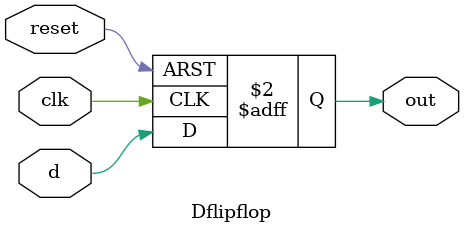
<source format=v>
module Dflipflop(
    input d,
    input clk,
    input reset,
    output reg out
);

    always @(posedge clk or posedge reset) begin
        if (reset) begin
            out <= 1'b0;
        end else begin
            out <= d;
        end
    end
endmodule

</source>
